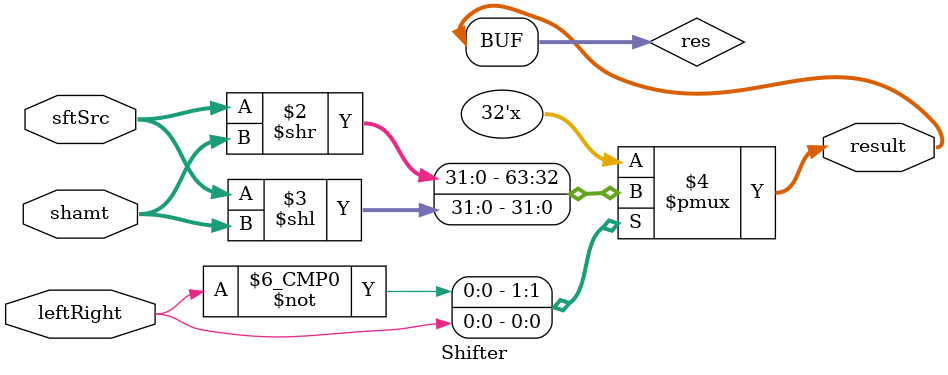
<source format=v>
module Shifter( result, leftRight, shamt, sftSrc );

//I/O ports 
output	[32-1:0] result;

input			leftRight;
input	[5-1:0] shamt;
input	[32-1:0] sftSrc ;

//Internal Signals
wire	[32-1:0] result;
  
//Main function
reg [31:0] res;
always@(leftRight, sftSrc, shamt) begin
	case(leftRight)
		1'b0: res <= sftSrc >> shamt;
		1'b1: res <= sftSrc << shamt;
	endcase
end

assign result = res;

endmodule

</source>
